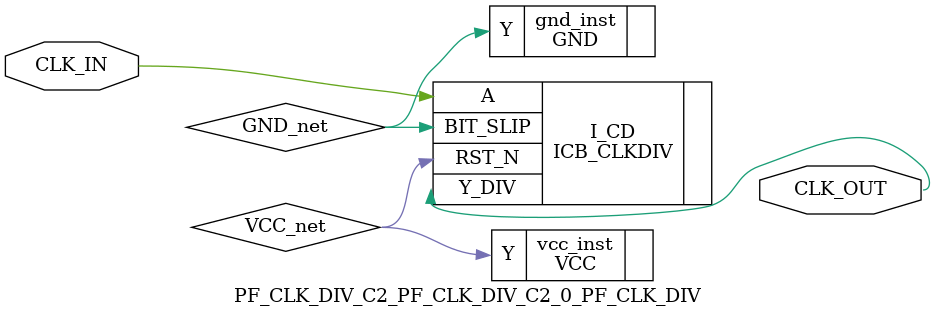
<source format=v>
`timescale 1 ns/100 ps


module PF_CLK_DIV_C2_PF_CLK_DIV_C2_0_PF_CLK_DIV(
       CLK_IN,
       CLK_OUT
    );
input  CLK_IN;
output CLK_OUT;

    wire GND_net, VCC_net;
    
    ICB_CLKDIV #( .DIVIDER(3'b100) )  I_CD (.RST_N(VCC_net), .BIT_SLIP(
        GND_net), .A(CLK_IN), .Y_DIV(CLK_OUT));
    VCC vcc_inst (.Y(VCC_net));
    GND gnd_inst (.Y(GND_net));
    
endmodule

</source>
